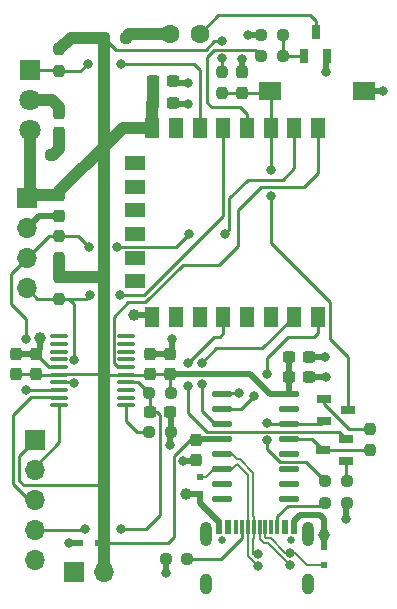
<source format=gbr>
%TF.GenerationSoftware,KiCad,Pcbnew,(6.0.0)*%
%TF.CreationDate,2022-08-07T09:38:38+08:00*%
%TF.ProjectId,ESP_Remote_Bat,4553505f-5265-46d6-9f74-655f4261742e,rev?*%
%TF.SameCoordinates,Original*%
%TF.FileFunction,Copper,L1,Top*%
%TF.FilePolarity,Positive*%
%FSLAX46Y46*%
G04 Gerber Fmt 4.6, Leading zero omitted, Abs format (unit mm)*
G04 Created by KiCad (PCBNEW (6.0.0)) date 2022-08-07 09:38:38*
%MOMM*%
%LPD*%
G01*
G04 APERTURE LIST*
G04 Aperture macros list*
%AMRoundRect*
0 Rectangle with rounded corners*
0 $1 Rounding radius*
0 $2 $3 $4 $5 $6 $7 $8 $9 X,Y pos of 4 corners*
0 Add a 4 corners polygon primitive as box body*
4,1,4,$2,$3,$4,$5,$6,$7,$8,$9,$2,$3,0*
0 Add four circle primitives for the rounded corners*
1,1,$1+$1,$2,$3*
1,1,$1+$1,$4,$5*
1,1,$1+$1,$6,$7*
1,1,$1+$1,$8,$9*
0 Add four rect primitives between the rounded corners*
20,1,$1+$1,$2,$3,$4,$5,0*
20,1,$1+$1,$4,$5,$6,$7,0*
20,1,$1+$1,$6,$7,$8,$9,0*
20,1,$1+$1,$8,$9,$2,$3,0*%
G04 Aperture macros list end*
%TA.AperFunction,SMDPad,CuDef*%
%ADD10RoundRect,0.237500X0.237500X-0.300000X0.237500X0.300000X-0.237500X0.300000X-0.237500X-0.300000X0*%
%TD*%
%TA.AperFunction,SMDPad,CuDef*%
%ADD11RoundRect,0.237500X0.237500X-0.250000X0.237500X0.250000X-0.237500X0.250000X-0.237500X-0.250000X0*%
%TD*%
%TA.AperFunction,SMDPad,CuDef*%
%ADD12RoundRect,0.237500X-0.237500X0.250000X-0.237500X-0.250000X0.237500X-0.250000X0.237500X0.250000X0*%
%TD*%
%TA.AperFunction,ComponentPad*%
%ADD13R,1.700000X1.700000*%
%TD*%
%TA.AperFunction,ComponentPad*%
%ADD14O,1.700000X1.700000*%
%TD*%
%TA.AperFunction,SMDPad,CuDef*%
%ADD15RoundRect,0.237500X-0.237500X0.300000X-0.237500X-0.300000X0.237500X-0.300000X0.237500X0.300000X0*%
%TD*%
%TA.AperFunction,SMDPad,CuDef*%
%ADD16RoundRect,0.237500X-0.300000X-0.237500X0.300000X-0.237500X0.300000X0.237500X-0.300000X0.237500X0*%
%TD*%
%TA.AperFunction,ComponentPad*%
%ADD17C,0.650000*%
%TD*%
%TA.AperFunction,ComponentPad*%
%ADD18O,1.000000X2.100000*%
%TD*%
%TA.AperFunction,ComponentPad*%
%ADD19O,1.000000X1.800000*%
%TD*%
%TA.AperFunction,SMDPad,CuDef*%
%ADD20R,0.600000X1.240000*%
%TD*%
%TA.AperFunction,SMDPad,CuDef*%
%ADD21R,0.300000X1.240000*%
%TD*%
%TA.AperFunction,SMDPad,CuDef*%
%ADD22RoundRect,0.237500X-0.250000X-0.237500X0.250000X-0.237500X0.250000X0.237500X-0.250000X0.237500X0*%
%TD*%
%TA.AperFunction,SMDPad,CuDef*%
%ADD23RoundRect,0.237500X0.250000X0.237500X-0.250000X0.237500X-0.250000X-0.237500X0.250000X-0.237500X0*%
%TD*%
%TA.AperFunction,SMDPad,CuDef*%
%ADD24R,0.700000X1.250000*%
%TD*%
%TA.AperFunction,SMDPad,CuDef*%
%ADD25RoundRect,0.100000X0.637500X0.100000X-0.637500X0.100000X-0.637500X-0.100000X0.637500X-0.100000X0*%
%TD*%
%TA.AperFunction,ComponentPad*%
%ADD26C,1.600000*%
%TD*%
%TA.AperFunction,SMDPad,CuDef*%
%ADD27R,1.250000X0.700000*%
%TD*%
%TA.AperFunction,ComponentPad*%
%ADD28R,1.800000X1.800000*%
%TD*%
%TA.AperFunction,ComponentPad*%
%ADD29C,1.800000*%
%TD*%
%TA.AperFunction,SMDPad,CuDef*%
%ADD30R,0.600000X0.600000*%
%TD*%
%TA.AperFunction,SMDPad,CuDef*%
%ADD31R,1.900000X1.500000*%
%TD*%
%TA.AperFunction,SMDPad,CuDef*%
%ADD32R,1.200000X1.800000*%
%TD*%
%TA.AperFunction,SMDPad,CuDef*%
%ADD33R,1.800000X1.200000*%
%TD*%
%TA.AperFunction,SMDPad,CuDef*%
%ADD34O,1.750000X0.560000*%
%TD*%
%TA.AperFunction,ViaPad*%
%ADD35C,0.800000*%
%TD*%
%TA.AperFunction,ViaPad*%
%ADD36C,1.000000*%
%TD*%
%TA.AperFunction,Conductor*%
%ADD37C,0.500000*%
%TD*%
%TA.AperFunction,Conductor*%
%ADD38C,0.200000*%
%TD*%
%TA.AperFunction,Conductor*%
%ADD39C,1.000000*%
%TD*%
%TA.AperFunction,Conductor*%
%ADD40C,0.250000*%
%TD*%
G04 APERTURE END LIST*
D10*
%TO.P,C5,1*%
%TO.N,+3V0*%
X124600000Y-98762500D03*
%TO.P,C5,2*%
%TO.N,GND*%
X124600000Y-97037500D03*
%TD*%
D11*
%TO.P,R14,1*%
%TO.N,SCL*%
X116900000Y-92412500D03*
%TO.P,R14,2*%
%TO.N,+3V0*%
X116900000Y-90587500D03*
%TD*%
D12*
%TO.P,R13,1*%
%TO.N,SDA*%
X116900000Y-87087500D03*
%TO.P,R13,2*%
%TO.N,+3V0*%
X116900000Y-88912500D03*
%TD*%
D13*
%TO.P,J3,1,Pin_1*%
%TO.N,+3V0*%
X114125000Y-83900000D03*
D14*
%TO.P,J3,2,Pin_2*%
%TO.N,GND*%
X114125000Y-86440000D03*
%TO.P,J3,3,Pin_3*%
%TO.N,SDA*%
X114125000Y-88980000D03*
%TO.P,J3,4,Pin_4*%
%TO.N,SCL*%
X114125000Y-91520000D03*
%TD*%
D15*
%TO.P,C13,1*%
%TO.N,+3V0*%
X116900000Y-83637500D03*
%TO.P,C13,2*%
%TO.N,GND*%
X116900000Y-85362500D03*
%TD*%
D16*
%TO.P,C12,1*%
%TO.N,+3V0*%
X136337500Y-99000000D03*
%TO.P,C12,2*%
%TO.N,GND*%
X138062500Y-99000000D03*
%TD*%
%TO.P,C11,1*%
%TO.N,+3V0*%
X136337500Y-97300000D03*
%TO.P,C11,2*%
%TO.N,GND*%
X138062500Y-97300000D03*
%TD*%
D15*
%TO.P,C10,1*%
%TO.N,+3V0*%
X128500000Y-104337500D03*
%TO.P,C10,2*%
%TO.N,GND*%
X128500000Y-106062500D03*
%TD*%
D17*
%TO.P,U1,*%
%TO.N,*%
X130700000Y-112852500D03*
X136490000Y-112852500D03*
D18*
%TO.P,U1,1,SHELL*%
%TO.N,unconnected-(U1-Pad1)*%
X129280000Y-112352500D03*
%TO.P,U1,2,SHELL*%
%TO.N,unconnected-(U1-Pad2)*%
X137920000Y-112352500D03*
D19*
%TO.P,U1,3,SHELL*%
%TO.N,unconnected-(U1-Pad3)*%
X137920000Y-116532500D03*
%TO.P,U1,4,SHELL*%
%TO.N,unconnected-(U1-Pad4)*%
X129280000Y-116532500D03*
D20*
%TO.P,U1,A1B12,GND*%
%TO.N,GND*%
X130400000Y-111732500D03*
%TO.P,U1,A4B9,VBUS*%
%TO.N,unconnected-(U1-PadA4B9)*%
X131200000Y-111732500D03*
D21*
%TO.P,U1,A5,CC1*%
%TO.N,Net-(R3-Pad1)*%
X132350000Y-111732500D03*
%TO.P,U1,A6,DP1*%
%TO.N,D+*%
X133350000Y-111732500D03*
%TO.P,U1,A7,DN1*%
%TO.N,D-*%
X133850000Y-111732500D03*
%TO.P,U1,A8,SBU1*%
%TO.N,unconnected-(U1-PadA8)*%
X134850000Y-111732500D03*
D20*
%TO.P,U1,B1A12,GND*%
%TO.N,GND*%
X136800000Y-111732500D03*
%TO.P,U1,B4A9,VBUS*%
%TO.N,unconnected-(U1-PadB4A9)*%
X136000000Y-111732500D03*
D21*
%TO.P,U1,B5,CC2*%
%TO.N,Net-(R2-Pad1)*%
X135350000Y-111732500D03*
%TO.P,U1,B6,DP2*%
%TO.N,D+*%
X134350000Y-111732500D03*
%TO.P,U1,B7,DN2*%
%TO.N,D-*%
X132850000Y-111732500D03*
%TO.P,U1,B8,SBU2*%
%TO.N,unconnected-(U1-PadB8)*%
X131850000Y-111732500D03*
%TD*%
D22*
%TO.P,R10,1*%
%TO.N,IR_TX*%
X133987500Y-71800000D03*
%TO.P,R10,2*%
%TO.N,Net-(Q3-Pad1)*%
X135812500Y-71800000D03*
%TD*%
D10*
%TO.P,C8,1*%
%TO.N,+3V0*%
X113200000Y-98762500D03*
%TO.P,C8,2*%
%TO.N,GND*%
X113200000Y-97037500D03*
%TD*%
D16*
%TO.P,C4,1*%
%TO.N,NRST*%
X124537500Y-102000000D03*
%TO.P,C4,2*%
%TO.N,GND*%
X126262500Y-102000000D03*
%TD*%
D22*
%TO.P,R2,1*%
%TO.N,Net-(R2-Pad1)*%
X139387500Y-109700000D03*
%TO.P,R2,2*%
%TO.N,GND*%
X141212500Y-109700000D03*
%TD*%
D13*
%TO.P,J1,1,Pin_1*%
%TO.N,+3V0*%
X114800000Y-104325000D03*
D14*
%TO.P,J1,2,Pin_2*%
%TO.N,SWCLK*%
X114800000Y-106865000D03*
%TO.P,J1,3,Pin_3*%
%TO.N,SWDIO*%
X114800000Y-109405000D03*
%TO.P,J1,4,Pin_4*%
%TO.N,NRST*%
X114800000Y-111945000D03*
%TO.P,J1,5,Pin_5*%
%TO.N,GND*%
X114800000Y-114485000D03*
%TD*%
D11*
%TO.P,R1,1*%
%TO.N,CHIP_PU*%
X130700000Y-75012500D03*
%TO.P,R1,2*%
%TO.N,+3V0*%
X130700000Y-73187500D03*
%TD*%
D23*
%TO.P,R12,1*%
%TO.N,Net-(IR2-Pad1)*%
X122512500Y-70300000D03*
%TO.P,R12,2*%
%TO.N,+3V0*%
X120687500Y-70300000D03*
%TD*%
D22*
%TO.P,R5,1*%
%TO.N,RTS*%
X139387500Y-107800000D03*
%TO.P,R5,2*%
%TO.N,Net-(Q2-Pad1)*%
X141212500Y-107800000D03*
%TD*%
D10*
%TO.P,C9,1*%
%TO.N,Net-(C9-Pad1)*%
X116900000Y-78362500D03*
%TO.P,C9,2*%
%TO.N,GND*%
X116900000Y-76637500D03*
%TD*%
D22*
%TO.P,R6,1*%
%TO.N,NRST*%
X124487500Y-100400000D03*
%TO.P,R6,2*%
%TO.N,+3V0*%
X126312500Y-100400000D03*
%TD*%
D24*
%TO.P,Q3,1,B*%
%TO.N,Net-(Q3-Pad1)*%
X137650000Y-71800000D03*
%TO.P,Q3,2,E*%
%TO.N,GND*%
X139550000Y-71800000D03*
%TO.P,Q3,3,C*%
%TO.N,Net-(IR2-Pad2)*%
X138600000Y-69800000D03*
%TD*%
D16*
%TO.P,C2,1*%
%TO.N,+3V0*%
X124837500Y-75800000D03*
%TO.P,C2,2*%
%TO.N,GND*%
X126562500Y-75800000D03*
%TD*%
D22*
%TO.P,R11,1*%
%TO.N,GND*%
X133987500Y-70100000D03*
%TO.P,R11,2*%
%TO.N,Net-(Q3-Pad1)*%
X135812500Y-70100000D03*
%TD*%
D23*
%TO.P,R7,1*%
%TO.N,GND*%
X126312500Y-103700000D03*
%TO.P,R7,2*%
%TO.N,Net-(R7-Pad2)*%
X124487500Y-103700000D03*
%TD*%
D25*
%TO.P,U3,20,PA14*%
%TO.N,SWCLK*%
X116837500Y-101425000D03*
%TO.P,U3,19,PA13*%
%TO.N,SWDIO*%
X116837500Y-100775000D03*
%TO.P,U3,18,PA10*%
%TO.N,SDA*%
X116837500Y-100125000D03*
%TO.P,U3,17,PA9*%
%TO.N,SCL*%
X116837500Y-99475000D03*
%TO.P,U3,16,VDD*%
%TO.N,+3V0*%
X116837500Y-98825000D03*
%TO.P,U3,15,VSS*%
%TO.N,GND*%
X116837500Y-98175000D03*
%TO.P,U3,14,PB1*%
%TO.N,unconnected-(U3-Pad14)*%
X116837500Y-97525000D03*
%TO.P,U3,13,PA7*%
%TO.N,unconnected-(U3-Pad13)*%
X116837500Y-96875000D03*
%TO.P,U3,12,PA6*%
%TO.N,unconnected-(U3-Pad12)*%
X116837500Y-96225000D03*
%TO.P,U3,11,PA5*%
%TO.N,unconnected-(U3-Pad11)*%
X116837500Y-95575000D03*
%TO.P,U3,10,PA4*%
%TO.N,unconnected-(U3-Pad10)*%
X122562500Y-95575000D03*
%TO.P,U3,9,PA3*%
%TO.N,unconnected-(U3-Pad9)*%
X122562500Y-96225000D03*
%TO.P,U3,8,PA2*%
%TO.N,unconnected-(U3-Pad8)*%
X122562500Y-96875000D03*
%TO.P,U3,7,PA1*%
%TO.N,unconnected-(U3-Pad7)*%
X122562500Y-97525000D03*
%TO.P,U3,6,PA0*%
%TO.N,INT*%
X122562500Y-98175000D03*
%TO.P,U3,5,VDDA*%
%TO.N,+3V0*%
X122562500Y-98825000D03*
%TO.P,U3,4,NRST*%
%TO.N,NRST*%
X122562500Y-99475000D03*
%TO.P,U3,3,PF1*%
%TO.N,unconnected-(U3-Pad3)*%
X122562500Y-100125000D03*
%TO.P,U3,2,PF0*%
%TO.N,unconnected-(U3-Pad2)*%
X122562500Y-100775000D03*
%TO.P,U3,1,BOOT0*%
%TO.N,Net-(R7-Pad2)*%
X122562500Y-101425000D03*
%TD*%
D10*
%TO.P,C7,1*%
%TO.N,+3V0*%
X126300000Y-98762500D03*
%TO.P,C7,2*%
%TO.N,GND*%
X126300000Y-97037500D03*
%TD*%
D26*
%TO.P,IR2,1,A*%
%TO.N,Net-(IR2-Pad1)*%
X126230000Y-70000000D03*
%TO.P,IR2,2,C*%
%TO.N,Net-(IR2-Pad2)*%
X128770000Y-70000000D03*
%TD*%
D22*
%TO.P,R8,1*%
%TO.N,+3V0*%
X114387500Y-80200000D03*
%TO.P,R8,2*%
%TO.N,Net-(C9-Pad1)*%
X116212500Y-80200000D03*
%TD*%
D10*
%TO.P,C1,1*%
%TO.N,CHIP_PU*%
X132400000Y-74962500D03*
%TO.P,C1,2*%
%TO.N,GND*%
X132400000Y-73237500D03*
%TD*%
D13*
%TO.P,J2,1,Pin_1*%
%TO.N,GND*%
X118125000Y-115500000D03*
D14*
%TO.P,J2,2,Pin_2*%
%TO.N,+3V0*%
X120665000Y-115500000D03*
%TD*%
D23*
%TO.P,R3,1*%
%TO.N,Net-(R3-Pad1)*%
X127712500Y-114400000D03*
%TO.P,R3,2*%
%TO.N,GND*%
X125887500Y-114400000D03*
%TD*%
D11*
%TO.P,R9,1*%
%TO.N,IR_RX*%
X116900000Y-73112500D03*
%TO.P,R9,2*%
%TO.N,+3V0*%
X116900000Y-71287500D03*
%TD*%
D27*
%TO.P,Q1,1,B*%
%TO.N,Net-(Q1-Pad1)*%
X139300000Y-100850000D03*
%TO.P,Q1,2,E*%
%TO.N,RTS*%
X139300000Y-102750000D03*
%TO.P,Q1,3,C*%
%TO.N,CHIP_PU*%
X141300000Y-101800000D03*
%TD*%
D28*
%TO.P,IR1,1,OUT*%
%TO.N,IR_RX*%
X114394511Y-73060000D03*
D29*
%TO.P,IR1,2,GND*%
%TO.N,GND*%
X114394511Y-75600000D03*
%TO.P,IR1,3,VCC*%
%TO.N,+3V0*%
X114394511Y-78140000D03*
%TD*%
D10*
%TO.P,C6,1*%
%TO.N,+3V0*%
X114900000Y-98762500D03*
%TO.P,C6,2*%
%TO.N,GND*%
X114900000Y-97037500D03*
%TD*%
D30*
%TO.P,D3,1,1*%
%TO.N,D-*%
X128800000Y-107450000D03*
%TO.P,D3,2,2*%
%TO.N,GND*%
X128800000Y-108950000D03*
%TD*%
D31*
%TO.P,SW1,1,1*%
%TO.N,GND*%
X142700000Y-74800000D03*
%TO.P,SW1,2,2*%
%TO.N,CHIP_PU*%
X134700000Y-74800000D03*
%TD*%
D27*
%TO.P,Q2,1,B*%
%TO.N,Net-(Q2-Pad1)*%
X141200000Y-106150000D03*
%TO.P,Q2,2,E*%
%TO.N,GPIO9*%
X141200000Y-104250000D03*
%TO.P,Q2,3,C*%
%TO.N,DTR*%
X139200000Y-105200000D03*
%TD*%
D30*
%TO.P,D2,1,1*%
%TO.N,D+*%
X139300000Y-114950000D03*
%TO.P,D2,2,2*%
%TO.N,GND*%
X139300000Y-113450000D03*
%TD*%
D32*
%TO.P,L1,1,IO0*%
%TO.N,INT*%
X138782500Y-77910000D03*
%TO.P,L1,2,IO1*%
%TO.N,SDA*%
X136782500Y-77910000D03*
%TO.P,L1,3,EN*%
%TO.N,CHIP_PU*%
X134782500Y-77910000D03*
%TO.P,L1,4,IO2*%
%TO.N,IR_TX*%
X132782500Y-77910000D03*
%TO.P,L1,5,IO3*%
%TO.N,SCL*%
X130782500Y-77910000D03*
%TO.P,L1,6,IO4*%
%TO.N,IR_RX*%
X128782500Y-77910000D03*
%TO.P,L1,7,IO5*%
%TO.N,unconnected-(L1-Pad7)*%
X126782500Y-77910000D03*
%TO.P,L1,8,VCC*%
%TO.N,+3V0*%
X124782500Y-77910000D03*
D33*
%TO.P,L1,9,NC*%
%TO.N,unconnected-(L1-Pad9)*%
X123282500Y-80910000D03*
%TO.P,L1,10,NC*%
%TO.N,unconnected-(L1-Pad10)*%
X123282500Y-82910000D03*
%TO.P,L1,11,NC*%
%TO.N,unconnected-(L1-Pad11)*%
X123282500Y-84910000D03*
%TO.P,L1,12,IO6*%
%TO.N,unconnected-(L1-Pad12)*%
X123282500Y-86910000D03*
%TO.P,L1,13,IO7*%
%TO.N,unconnected-(L1-Pad13)*%
X123282500Y-88910000D03*
%TO.P,L1,14,NC*%
%TO.N,unconnected-(L1-Pad14)*%
X123282500Y-90910000D03*
D32*
%TO.P,L1,15,GND*%
%TO.N,GND*%
X124782500Y-93910000D03*
%TO.P,L1,16,IO8*%
%TO.N,unconnected-(L1-Pad16)*%
X126782500Y-93910000D03*
%TO.P,L1,17,IO10*%
%TO.N,unconnected-(L1-Pad17)*%
X128782500Y-93910000D03*
%TO.P,L1,18,IO9*%
%TO.N,GPIO9*%
X130782500Y-93910000D03*
%TO.P,L1,19,IO18*%
%TO.N,unconnected-(L1-Pad19)*%
X132782500Y-93910000D03*
%TO.P,L1,20,IO19*%
%TO.N,unconnected-(L1-Pad20)*%
X134782500Y-93910000D03*
%TO.P,L1,21,RX*%
%TO.N,RXD*%
X136782500Y-93910000D03*
%TO.P,L1,22,TX*%
%TO.N,TXD*%
X138782500Y-93910000D03*
%TD*%
D16*
%TO.P,C3,1*%
%TO.N,+3V0*%
X124837500Y-74000000D03*
%TO.P,C3,2*%
%TO.N,GND*%
X126562500Y-74000000D03*
%TD*%
D11*
%TO.P,R4,1*%
%TO.N,DTR*%
X143200000Y-105212500D03*
%TO.P,R4,2*%
%TO.N,Net-(Q1-Pad1)*%
X143200000Y-103387500D03*
%TD*%
D30*
%TO.P,D4,1,1*%
%TO.N,+3V0*%
X120150000Y-113100000D03*
%TO.P,D4,2,2*%
%TO.N,GND*%
X118650000Y-113100000D03*
%TD*%
D34*
%TO.P,U2,1,GND*%
%TO.N,GND*%
X130630000Y-100450000D03*
%TO.P,U2,2,TXD*%
%TO.N,TXD*%
X130630000Y-101720000D03*
%TO.P,U2,3,RXD*%
%TO.N,RXD*%
X130630000Y-102990000D03*
%TO.P,U2,4,V3*%
%TO.N,+3V0*%
X130630000Y-104270000D03*
%TO.P,U2,5,D+*%
%TO.N,D+*%
X130630000Y-105530000D03*
%TO.P,U2,6,D-*%
%TO.N,D-*%
X130630000Y-106800000D03*
%TO.P,U2,7,NC.*%
%TO.N,unconnected-(U2-Pad7)*%
X130630000Y-108070000D03*
%TO.P,U2,8,NC.*%
%TO.N,unconnected-(U2-Pad8)*%
X130630000Y-109340000D03*
%TO.P,U2,9,CTS#*%
%TO.N,unconnected-(U2-Pad9)*%
X136370000Y-109340000D03*
%TO.P,U2,10,DSR#*%
%TO.N,unconnected-(U2-Pad10)*%
X136370000Y-108070000D03*
%TO.P,U2,11,RI#*%
%TO.N,unconnected-(U2-Pad11)*%
X136370000Y-106800000D03*
%TO.P,U2,12,DCD#*%
%TO.N,unconnected-(U2-Pad12)*%
X136370000Y-105530000D03*
%TO.P,U2,13,DTR#*%
%TO.N,DTR*%
X136370000Y-104270000D03*
%TO.P,U2,14,RTS#*%
%TO.N,RTS*%
X136370000Y-102990000D03*
%TO.P,U2,15,R232*%
%TO.N,unconnected-(U2-Pad15)*%
X136370000Y-101720000D03*
%TO.P,U2,16,VCC*%
%TO.N,+3V0*%
X136370000Y-100450000D03*
%TD*%
D35*
%TO.N,GND*%
X127400000Y-106100000D03*
X144300000Y-74800000D03*
X139500000Y-73200000D03*
X127800000Y-75900000D03*
X127800000Y-74100000D03*
X139400000Y-97300000D03*
X126400000Y-95800000D03*
D36*
X139300000Y-112400000D03*
X127600000Y-108900000D03*
D35*
X132900000Y-70100000D03*
X132400000Y-72100000D03*
X132100000Y-100400000D03*
X126300000Y-104800000D03*
X141200000Y-111000000D03*
X139500000Y-99000000D03*
D36*
X115300000Y-95700000D03*
X123200000Y-93800000D03*
D35*
X125900000Y-115600000D03*
X117700000Y-113100000D03*
%TO.N,SDA*%
X119400000Y-88000000D03*
X121800000Y-88000000D03*
X127900000Y-86900000D03*
X130900000Y-86900000D03*
%TO.N,SCL*%
X119500000Y-92100000D03*
X122000000Y-92100000D03*
%TO.N,CHIP_PU*%
X134800000Y-81500000D03*
X134800000Y-83700000D03*
%TO.N,+3V0*%
X130700000Y-70575500D03*
X130700000Y-72024500D03*
%TO.N,IR_RX*%
X119300000Y-72500000D03*
X122100000Y-72500000D03*
%TO.N,GPIO9*%
X127800000Y-97800000D03*
X127800000Y-99800000D03*
%TO.N,RXD*%
X129000000Y-97800000D03*
X129000000Y-99612000D03*
%TO.N,TXD*%
X134500000Y-98800000D03*
X133400000Y-100600000D03*
%TO.N,NRST*%
X119100000Y-111900000D03*
X122100000Y-111900000D03*
%TO.N,SCL*%
X118174500Y-97600000D03*
X118100000Y-99500000D03*
%TO.N,SDA*%
X114100000Y-95800000D03*
X114098120Y-100097179D03*
%TO.N,RTS*%
X134500000Y-102940980D03*
X134500000Y-104389980D03*
%TO.N,D-*%
X133700000Y-115000000D03*
%TO.N,D+*%
X133700000Y-114000000D03*
X136400000Y-113900497D03*
%TO.N,D-*%
X136400000Y-114900000D03*
%TD*%
D37*
%TO.N,GND*%
X115202500Y-85362500D02*
X114125000Y-86440000D01*
X116900000Y-85362500D02*
X115202500Y-85362500D01*
X128462500Y-106100000D02*
X128500000Y-106062500D01*
X127400000Y-106100000D02*
X128462500Y-106100000D01*
D38*
%TO.N,D+*%
X136853476Y-113900497D02*
X137902979Y-114950000D01*
X136400000Y-113900497D02*
X136853476Y-113900497D01*
D39*
%TO.N,+3V0*%
X120312500Y-90587500D02*
X120665000Y-90235000D01*
X116900000Y-90587500D02*
X120312500Y-90587500D01*
X120665000Y-90235000D02*
X120665000Y-70335000D01*
X120665000Y-98965000D02*
X120665000Y-90235000D01*
D38*
%TO.N,D-*%
X134602002Y-113102002D02*
X136400000Y-114900000D01*
X133874999Y-112762904D02*
X134214097Y-113102002D01*
X133850000Y-111732500D02*
X133874999Y-111757499D01*
%TO.N,D+*%
X136036894Y-113900497D02*
X136400000Y-113900497D01*
X134325001Y-112576523D02*
X134400489Y-112652011D01*
X134400489Y-112652011D02*
X134788408Y-112652011D01*
%TO.N,D-*%
X134214097Y-113102002D02*
X134602002Y-113102002D01*
%TO.N,D+*%
X134788408Y-112652011D02*
X136036894Y-113900497D01*
X134325001Y-111757499D02*
X134325001Y-112576523D01*
%TO.N,D-*%
X133874999Y-111757499D02*
X133874999Y-112762904D01*
%TO.N,D+*%
X134350000Y-111732500D02*
X134325001Y-111757499D01*
%TO.N,D-*%
X132875000Y-114175000D02*
X133700000Y-115000000D01*
X132875000Y-112687501D02*
X132875000Y-114175000D01*
X132850000Y-112662501D02*
X132875000Y-112687501D01*
%TO.N,D+*%
X133325000Y-113988603D02*
X133336397Y-114000000D01*
X133325000Y-112687501D02*
X133325000Y-113988603D01*
X133336397Y-114000000D02*
X133700000Y-114000000D01*
%TO.N,D-*%
X132850000Y-111732500D02*
X132850000Y-112662501D01*
%TO.N,D+*%
X133350000Y-112662501D02*
X133325000Y-112687501D01*
X133350000Y-111732500D02*
X133350000Y-112662501D01*
D37*
%TO.N,GND*%
X113200000Y-97037500D02*
X114900000Y-97037500D01*
D40*
X116037500Y-98175000D02*
X114900000Y-97037500D01*
X116837500Y-98175000D02*
X116037500Y-98175000D01*
D37*
X115300000Y-95700000D02*
X115300000Y-96637500D01*
X115300000Y-96637500D02*
X114900000Y-97037500D01*
X144300000Y-74800000D02*
X142700000Y-74800000D01*
X139500000Y-71850000D02*
X139550000Y-71800000D01*
X139500000Y-73200000D02*
X139500000Y-71850000D01*
X132900000Y-70100000D02*
X133987500Y-70100000D01*
X132400000Y-72100000D02*
X132400000Y-73237500D01*
X126662500Y-74100000D02*
X126562500Y-74000000D01*
X127800000Y-74100000D02*
X126662500Y-74100000D01*
X126662500Y-75900000D02*
X126562500Y-75800000D01*
X127800000Y-75900000D02*
X126662500Y-75900000D01*
X139400000Y-97300000D02*
X138062500Y-97300000D01*
X139500000Y-99000000D02*
X138062500Y-99000000D01*
X126400000Y-96937500D02*
X126300000Y-97037500D01*
X126400000Y-95800000D02*
X126400000Y-96937500D01*
X124672500Y-93800000D02*
X124782500Y-93910000D01*
X123200000Y-93800000D02*
X124672500Y-93800000D01*
X124600000Y-97037500D02*
X126300000Y-97037500D01*
X126312500Y-102050000D02*
X126262500Y-102000000D01*
X126312500Y-103700000D02*
X126312500Y-102050000D01*
X126300000Y-103712500D02*
X126312500Y-103700000D01*
X126300000Y-104800000D02*
X126300000Y-103712500D01*
X118650000Y-113100000D02*
X117700000Y-113100000D01*
X125900000Y-115600000D02*
X125900000Y-114412500D01*
X125900000Y-114412500D02*
X125887500Y-114400000D01*
X141200000Y-109712500D02*
X141212500Y-109700000D01*
X141200000Y-111000000D02*
X141200000Y-109712500D01*
X139300000Y-113450000D02*
X139300000Y-112400000D01*
X137300000Y-110700000D02*
X139000000Y-110700000D01*
X136800000Y-111200000D02*
X137300000Y-110700000D01*
X136800000Y-111732500D02*
X136800000Y-111200000D01*
X139000000Y-110700000D02*
X139300000Y-111000000D01*
X139300000Y-111000000D02*
X139300000Y-112400000D01*
X128800000Y-109700000D02*
X128800000Y-108950000D01*
X130400000Y-111300000D02*
X128800000Y-109700000D01*
X130400000Y-111732500D02*
X130400000Y-111300000D01*
X127650000Y-108950000D02*
X127600000Y-108900000D01*
X128800000Y-108950000D02*
X127650000Y-108950000D01*
D40*
X130680000Y-100400000D02*
X130630000Y-100450000D01*
X132100000Y-100400000D02*
X130680000Y-100400000D01*
%TO.N,TXD*%
X133400000Y-100600000D02*
X132280000Y-101720000D01*
X132280000Y-101720000D02*
X130630000Y-101720000D01*
D38*
%TO.N,D+*%
X139300000Y-114950000D02*
X137902979Y-114950000D01*
D40*
%TO.N,SCL*%
X119187500Y-92412500D02*
X116900000Y-92412500D01*
X119500000Y-92100000D02*
X119187500Y-92412500D01*
%TO.N,INT*%
X121500000Y-97800361D02*
X121500000Y-94300000D01*
X121874639Y-98175000D02*
X121500000Y-97800361D01*
X122562500Y-98175000D02*
X121874639Y-98175000D01*
X121500000Y-93900000D02*
X121500000Y-94400000D01*
X122714511Y-92685489D02*
X121500000Y-93900000D01*
X124150228Y-92685489D02*
X122714511Y-92685489D01*
X130400000Y-89500000D02*
X127335718Y-89500000D01*
X134000000Y-82900000D02*
X132000000Y-84900000D01*
X137600000Y-82900000D02*
X134000000Y-82900000D01*
X127335718Y-89500000D02*
X124150228Y-92685489D01*
X138782500Y-81717500D02*
X137600000Y-82900000D01*
X132000000Y-84900000D02*
X132000000Y-87900000D01*
X138782500Y-77910000D02*
X138782500Y-81717500D01*
X132000000Y-87900000D02*
X130400000Y-89500000D01*
%TO.N,SCL*%
X130782500Y-85417500D02*
X130782500Y-77910000D01*
X124100000Y-92100000D02*
X130782500Y-85417500D01*
X122000000Y-92100000D02*
X124100000Y-92100000D01*
%TO.N,CHIP_PU*%
X141300000Y-97300000D02*
X141300000Y-101800000D01*
X139800000Y-95800000D02*
X141300000Y-97300000D01*
X139800000Y-92700000D02*
X139800000Y-95800000D01*
X134800000Y-87700000D02*
X139800000Y-92700000D01*
X134800000Y-83700000D02*
X134800000Y-87700000D01*
%TO.N,SDA*%
X118487500Y-87087500D02*
X116900000Y-87087500D01*
X119400000Y-88000000D02*
X118487500Y-87087500D01*
X121814511Y-87985489D02*
X121800000Y-88000000D01*
X126814511Y-87985489D02*
X121814511Y-87985489D01*
X127900000Y-86900000D02*
X126814511Y-87985489D01*
X131300000Y-86500000D02*
X130900000Y-86900000D01*
X132900000Y-82300000D02*
X131300000Y-83900000D01*
X136782500Y-81317500D02*
X135800000Y-82300000D01*
X135800000Y-82300000D02*
X132900000Y-82300000D01*
X131300000Y-83900000D02*
X131300000Y-86500000D01*
X136782500Y-77910000D02*
X136782500Y-81317500D01*
%TO.N,SCL*%
X116912500Y-92400000D02*
X116900000Y-92412500D01*
%TO.N,CHIP_PU*%
X134782500Y-81482500D02*
X134782500Y-77910000D01*
X134800000Y-81500000D02*
X134782500Y-81482500D01*
%TO.N,IR_RX*%
X128282500Y-72500000D02*
X128782500Y-73000000D01*
X122100000Y-72500000D02*
X128282500Y-72500000D01*
X118687500Y-73112500D02*
X119300000Y-72500000D01*
X116900000Y-73112500D02*
X118687500Y-73112500D01*
%TO.N,+3V0*%
X129300000Y-71300000D02*
X121687500Y-71300000D01*
X121687500Y-71300000D02*
X120687500Y-70300000D01*
X130024500Y-70575500D02*
X129300000Y-71300000D01*
X130700000Y-70575500D02*
X130024500Y-70575500D01*
%TO.N,IR_RX*%
X128782500Y-77910000D02*
X128782500Y-73000000D01*
%TO.N,+3V0*%
X130700000Y-73187500D02*
X130700000Y-72024500D01*
%TO.N,IR_TX*%
X130000000Y-71300000D02*
X133487500Y-71300000D01*
X129400000Y-71900000D02*
X130000000Y-71300000D01*
X133487500Y-71300000D02*
X133987500Y-71800000D01*
X129800000Y-76200000D02*
X129400000Y-75800000D01*
X129400000Y-75800000D02*
X129400000Y-71900000D01*
X132200000Y-76200000D02*
X129800000Y-76200000D01*
X132782500Y-76782500D02*
X132200000Y-76200000D01*
X132782500Y-77910000D02*
X132782500Y-76782500D01*
%TO.N,CHIP_PU*%
X134537500Y-74962500D02*
X134700000Y-74800000D01*
X132400000Y-74962500D02*
X134537500Y-74962500D01*
X130750000Y-74962500D02*
X130700000Y-75012500D01*
X132400000Y-74962500D02*
X130750000Y-74962500D01*
X134782500Y-74882500D02*
X134700000Y-74800000D01*
X134782500Y-77910000D02*
X134782500Y-74882500D01*
%TO.N,Net-(IR2-Pad2)*%
X130370000Y-68400000D02*
X128770000Y-70000000D01*
X138100000Y-68400000D02*
X130370000Y-68400000D01*
X138600000Y-68900000D02*
X138100000Y-68400000D01*
X138600000Y-69800000D02*
X138600000Y-68900000D01*
%TO.N,Net-(Q3-Pad1)*%
X135812500Y-70100000D02*
X135812500Y-71800000D01*
X135812500Y-71800000D02*
X137650000Y-71800000D01*
%TO.N,IR_RX*%
X116847500Y-73060000D02*
X114394511Y-73060000D01*
X116900000Y-73112500D02*
X116847500Y-73060000D01*
%TO.N,GPIO9*%
X130782500Y-95317500D02*
X130782500Y-93910000D01*
X130500000Y-95600000D02*
X130782500Y-95317500D01*
X130000000Y-95600000D02*
X130500000Y-95600000D01*
X127800000Y-97800000D02*
X130000000Y-95600000D01*
X127800000Y-102100000D02*
X127800000Y-99800000D01*
X140615480Y-103665480D02*
X129365480Y-103665480D01*
X129365480Y-103665480D02*
X127800000Y-102100000D01*
X141200000Y-104250000D02*
X140615480Y-103665480D01*
%TO.N,RXD*%
X134092500Y-96600000D02*
X136782500Y-93910000D01*
X130200000Y-96600000D02*
X134092500Y-96600000D01*
X129000000Y-97800000D02*
X130200000Y-96600000D01*
X129000000Y-101925000D02*
X129000000Y-99612000D01*
X130065000Y-102990000D02*
X129000000Y-101925000D01*
X130630000Y-102990000D02*
X130065000Y-102990000D01*
%TO.N,TXD*%
X138500000Y-95600000D02*
X138782500Y-95317500D01*
X134500000Y-97400000D02*
X136300000Y-95600000D01*
X138782500Y-95317500D02*
X138782500Y-93910000D01*
X134500000Y-98800000D02*
X134500000Y-97400000D01*
X136300000Y-95600000D02*
X138500000Y-95600000D01*
D39*
%TO.N,Net-(IR2-Pad1)*%
X122812500Y-70000000D02*
X122512500Y-70300000D01*
X126230000Y-70000000D02*
X122812500Y-70000000D01*
D40*
%TO.N,+3V0*%
X126135000Y-113065000D02*
X120665000Y-113065000D01*
X126600000Y-112600000D02*
X126135000Y-113065000D01*
X126600000Y-105700000D02*
X126600000Y-112600000D01*
D39*
X120665000Y-113065000D02*
X120665000Y-98965000D01*
D40*
X128500000Y-104337500D02*
X127962500Y-104337500D01*
X127962500Y-104337500D02*
X126600000Y-105700000D01*
D39*
X120665000Y-115500000D02*
X120665000Y-113065000D01*
D37*
X133062500Y-98762500D02*
X126300000Y-98762500D01*
X134750000Y-100450000D02*
X133062500Y-98762500D01*
X136370000Y-100450000D02*
X134750000Y-100450000D01*
D40*
%TO.N,NRST*%
X119055000Y-111945000D02*
X114800000Y-111945000D01*
X119100000Y-111900000D02*
X119055000Y-111945000D01*
X125400000Y-102200000D02*
X125400000Y-110700000D01*
X125200000Y-102000000D02*
X125400000Y-102200000D01*
X125400000Y-110700000D02*
X124200000Y-111900000D01*
X124200000Y-111900000D02*
X122100000Y-111900000D01*
X124537500Y-102000000D02*
X125200000Y-102000000D01*
%TO.N,Net-(R7-Pad2)*%
X122562500Y-102762500D02*
X122562500Y-101425000D01*
X123500000Y-103700000D02*
X122562500Y-102762500D01*
X124487500Y-103700000D02*
X123500000Y-103700000D01*
%TO.N,NRST*%
X123562500Y-99475000D02*
X124487500Y-100400000D01*
X122562500Y-99475000D02*
X123562500Y-99475000D01*
X124537500Y-100450000D02*
X124487500Y-100400000D01*
X124537500Y-102000000D02*
X124537500Y-100450000D01*
%TO.N,+3V0*%
X126300000Y-100387500D02*
X126312500Y-100400000D01*
X126300000Y-98762500D02*
X126300000Y-100387500D01*
X124600000Y-98762500D02*
X126300000Y-98762500D01*
X124537500Y-98825000D02*
X124600000Y-98762500D01*
X122562500Y-98825000D02*
X124537500Y-98825000D01*
%TO.N,SWDIO*%
X114305000Y-109405000D02*
X114600000Y-109405000D01*
X113000000Y-102200000D02*
X113000000Y-108100000D01*
X113000000Y-108100000D02*
X114305000Y-109405000D01*
X114500000Y-100700000D02*
X113000000Y-102200000D01*
X116762500Y-100700000D02*
X114500000Y-100700000D01*
X116837500Y-100775000D02*
X116762500Y-100700000D01*
%TO.N,+3V0*%
X113865000Y-108165000D02*
X120665000Y-108165000D01*
X113500000Y-107800000D02*
X113865000Y-108165000D01*
X113500000Y-105700000D02*
X113500000Y-107800000D01*
X114600000Y-104600000D02*
X113500000Y-105700000D01*
X114900000Y-98762500D02*
X113200000Y-98762500D01*
X114962500Y-98825000D02*
X114900000Y-98762500D01*
X116837500Y-98825000D02*
X114962500Y-98825000D01*
X120475489Y-98775489D02*
X120665000Y-98965000D01*
X116887011Y-98775489D02*
X120475489Y-98775489D01*
X116837500Y-98825000D02*
X116887011Y-98775489D01*
X122562500Y-98825000D02*
X120805000Y-98825000D01*
X120805000Y-98825000D02*
X120665000Y-98965000D01*
D39*
X117887500Y-70300000D02*
X116900000Y-71287500D01*
X120687500Y-70300000D02*
X117887500Y-70300000D01*
D40*
%TO.N,SCL*%
X117700000Y-92400000D02*
X116912500Y-92400000D01*
X118174500Y-92874500D02*
X117700000Y-92400000D01*
X118174500Y-97600000D02*
X118174500Y-92874500D01*
X118075000Y-99475000D02*
X116837500Y-99475000D01*
X118100000Y-99500000D02*
X118075000Y-99475000D01*
%TO.N,SDA*%
X112800000Y-90305000D02*
X114125000Y-88980000D01*
X112800000Y-92800000D02*
X112800000Y-90305000D01*
X114100000Y-94100000D02*
X112800000Y-92800000D01*
X114100000Y-95800000D02*
X114100000Y-94100000D01*
X114125000Y-100125000D02*
X114098120Y-100098120D01*
X114098120Y-100098120D02*
X114098120Y-100097179D01*
X116837500Y-100125000D02*
X114125000Y-100125000D01*
%TO.N,SWCLK*%
X116875000Y-101425000D02*
X116900000Y-101400000D01*
X116900000Y-101400000D02*
X116900000Y-104565000D01*
X116837500Y-101425000D02*
X116875000Y-101425000D01*
X116900000Y-104565000D02*
X114600000Y-106865000D01*
%TO.N,SDA*%
X116017500Y-87087500D02*
X116900000Y-87087500D01*
X114125000Y-88980000D02*
X116017500Y-87087500D01*
%TO.N,SCL*%
X115017500Y-92412500D02*
X114125000Y-91520000D01*
X116900000Y-92412500D02*
X115017500Y-92412500D01*
D39*
%TO.N,+3V0*%
X116900000Y-88912500D02*
X116900000Y-90587500D01*
X114387500Y-83637500D02*
X114125000Y-83900000D01*
X116900000Y-83637500D02*
X114387500Y-83637500D01*
X116900000Y-83637500D02*
X116900000Y-83300000D01*
X116900000Y-83300000D02*
X121165000Y-79035000D01*
X124837500Y-75800000D02*
X124837500Y-74000000D01*
X124782500Y-75855000D02*
X124837500Y-75800000D01*
X124782500Y-77910000D02*
X124782500Y-75855000D01*
X122310000Y-77910000D02*
X124782500Y-77910000D01*
X122300000Y-77900000D02*
X122310000Y-77910000D01*
X121165000Y-79035000D02*
X122300000Y-77900000D01*
X114387500Y-80200000D02*
X114387500Y-83637500D01*
D40*
%TO.N,RTS*%
X134549020Y-102990000D02*
X134500000Y-102940980D01*
X136370000Y-102990000D02*
X134549020Y-102990000D01*
X135585560Y-106195480D02*
X134500000Y-105109920D01*
X139387500Y-107787500D02*
X137795480Y-106195480D01*
X134500000Y-105109920D02*
X134500000Y-104389980D01*
X139387500Y-107800000D02*
X139387500Y-107787500D01*
X137795480Y-106195480D02*
X135585560Y-106195480D01*
%TO.N,Net-(Q1-Pad1)*%
X139300000Y-101300000D02*
X139300000Y-100850000D01*
X141387500Y-103387500D02*
X139300000Y-101300000D01*
X143200000Y-103387500D02*
X141387500Y-103387500D01*
%TO.N,Net-(Q2-Pad1)*%
X141200000Y-107787500D02*
X141212500Y-107800000D01*
X141200000Y-106150000D02*
X141200000Y-107787500D01*
%TO.N,DTR*%
X143187500Y-105200000D02*
X143200000Y-105212500D01*
X139200000Y-105200000D02*
X143187500Y-105200000D01*
X136370000Y-104270000D02*
X138270000Y-104270000D01*
X138270000Y-104270000D02*
X139200000Y-105200000D01*
%TO.N,RTS*%
X136370000Y-102990000D02*
X139060000Y-102990000D01*
X139060000Y-102990000D02*
X139300000Y-102750000D01*
D38*
%TO.N,D-*%
X130000000Y-106800000D02*
X129350000Y-107450000D01*
X129350000Y-107450000D02*
X128800000Y-107450000D01*
X130630000Y-106800000D02*
X130000000Y-106800000D01*
D37*
%TO.N,+3V0*%
X136337500Y-99000000D02*
X136337500Y-97300000D01*
X136370000Y-99032500D02*
X136337500Y-99000000D01*
X136370000Y-100450000D02*
X136370000Y-99032500D01*
D39*
%TO.N,GND*%
X116300000Y-75600000D02*
X114394511Y-75600000D01*
X116900000Y-76200000D02*
X116300000Y-75600000D01*
X116900000Y-76637500D02*
X116900000Y-76200000D01*
%TO.N,Net-(C9-Pad1)*%
X116400000Y-80200000D02*
X116900000Y-79700000D01*
X116900000Y-79700000D02*
X116900000Y-78362500D01*
X116212500Y-80200000D02*
X116400000Y-80200000D01*
%TO.N,+3V0*%
X114394511Y-80192989D02*
X114387500Y-80200000D01*
X114394511Y-78140000D02*
X114394511Y-80192989D01*
D37*
X128567500Y-104270000D02*
X128500000Y-104337500D01*
X130630000Y-104270000D02*
X128567500Y-104270000D01*
D40*
%TO.N,Net-(R2-Pad1)*%
X135350000Y-111732500D02*
X135350000Y-110813478D01*
X135350000Y-110813478D02*
X136218958Y-109944520D01*
X136218958Y-109944520D02*
X139142980Y-109944520D01*
X139142980Y-109944520D02*
X139387500Y-109700000D01*
%TO.N,Net-(R3-Pad1)*%
X130601522Y-114400000D02*
X127712500Y-114400000D01*
X132350000Y-112651522D02*
X130601522Y-114400000D01*
X132350000Y-111732500D02*
X132350000Y-112651522D01*
D38*
%TO.N,D-*%
X131505000Y-106800000D02*
X130630000Y-106800000D01*
X131915000Y-106390000D02*
X131505000Y-106800000D01*
X131971800Y-106390000D02*
X131915000Y-106390000D01*
X132875000Y-107293200D02*
X131971800Y-106390000D01*
X132850000Y-110802499D02*
X132875000Y-110777499D01*
X132850000Y-111732500D02*
X132850000Y-110802499D01*
%TO.N,D+*%
X131505000Y-105530000D02*
X130630000Y-105530000D01*
X131915000Y-105940000D02*
X131505000Y-105530000D01*
X132158200Y-105940000D02*
X131915000Y-105940000D01*
X133325000Y-107106800D02*
X132158200Y-105940000D01*
%TO.N,D-*%
X132875000Y-110777499D02*
X132875000Y-107293200D01*
%TO.N,D+*%
X133350000Y-110802499D02*
X133325000Y-110777499D01*
X133350000Y-111732500D02*
X133350000Y-110802499D01*
X133325000Y-110777499D02*
X133325000Y-107106800D01*
%TD*%
M02*

</source>
